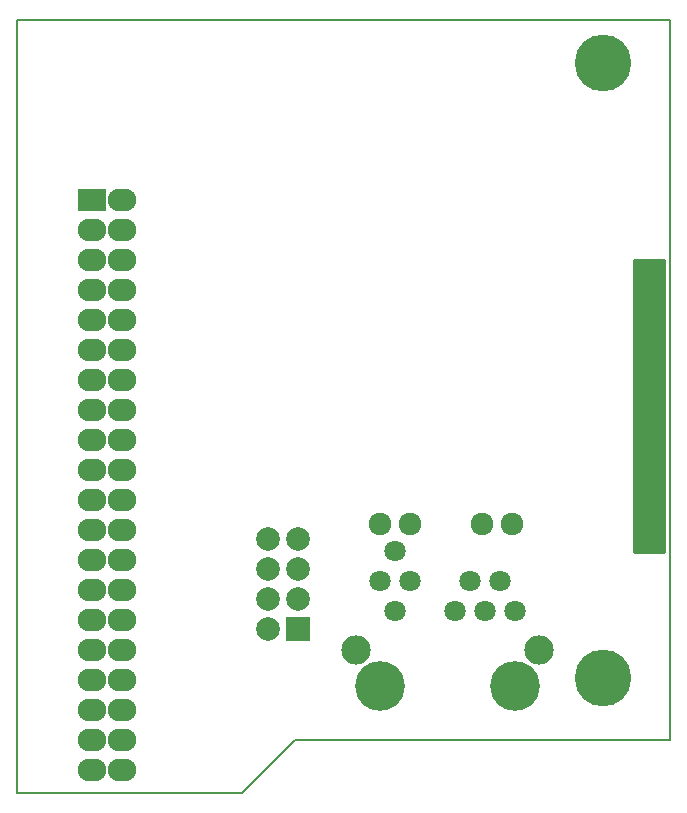
<source format=gbr>
G04 #@! TF.FileFunction,Soldermask,Bot*
%FSLAX46Y46*%
G04 Gerber Fmt 4.6, Leading zero omitted, Abs format (unit mm)*
G04 Created by KiCad (PCBNEW 4.0.2+dfsg1-2~bpo8+1-stable) date lun 17 oct 2016 17:04:15 ART*
%MOMM*%
G01*
G04 APERTURE LIST*
%ADD10C,0.100000*%
%ADD11C,0.150000*%
%ADD12R,2.400000X1.924000*%
%ADD13O,2.400000X1.924000*%
%ADD14C,1.924000*%
%ADD15C,1.797000*%
%ADD16C,2.482800*%
%ADD17C,4.210000*%
%ADD18R,2.000200X2.000200*%
%ADD19C,2.000200*%
%ADD20C,4.800000*%
%ADD21C,0.254000*%
G04 APERTURE END LIST*
D10*
D11*
X91195000Y-68750000D02*
X91195000Y-134155000D01*
X146440000Y-68750000D02*
X91195000Y-68750000D01*
X146440000Y-129710000D02*
X146440000Y-68750000D01*
X114690000Y-129710000D02*
X146440000Y-129710000D01*
X110245000Y-134155000D02*
X114690000Y-129710000D01*
X91195000Y-134155000D02*
X110245000Y-134155000D01*
D12*
X97545000Y-83990000D03*
D13*
X100085000Y-83990000D03*
X97545000Y-86530000D03*
X100085000Y-86530000D03*
X97545000Y-89070000D03*
X100085000Y-89070000D03*
X97545000Y-91610000D03*
X100085000Y-91610000D03*
X97545000Y-94150000D03*
X100085000Y-94150000D03*
X97545000Y-96690000D03*
X100085000Y-96690000D03*
X97545000Y-99230000D03*
X100085000Y-99230000D03*
X97545000Y-101770000D03*
X100085000Y-101770000D03*
X97545000Y-104310000D03*
X100085000Y-104310000D03*
X97545000Y-106850000D03*
X100085000Y-106850000D03*
X97545000Y-109390000D03*
X100085000Y-109390000D03*
X97545000Y-111930000D03*
X100085000Y-111930000D03*
X97545000Y-114470000D03*
X100085000Y-114470000D03*
X97545000Y-117010000D03*
X100085000Y-117010000D03*
X97545000Y-119550000D03*
X100085000Y-119550000D03*
X97545000Y-122090000D03*
X100085000Y-122090000D03*
X97545000Y-124630000D03*
X100085000Y-124630000D03*
X97545000Y-127170000D03*
X100085000Y-127170000D03*
X97545000Y-129710000D03*
X100085000Y-129710000D03*
X97545000Y-132250000D03*
X100085000Y-132250000D03*
D14*
X124460000Y-111379000D03*
D15*
X121920000Y-116205000D03*
X124460000Y-116205000D03*
X123190000Y-118745000D03*
X123190000Y-113665000D03*
D14*
X121920000Y-111379000D03*
D16*
X135382000Y-122047000D03*
D17*
X133350000Y-125095000D03*
D15*
X133350000Y-118745000D03*
D17*
X121920000Y-125095000D03*
D16*
X119888000Y-122047000D03*
D15*
X130810000Y-118745000D03*
X128270000Y-118745000D03*
X132080000Y-116205000D03*
X129540000Y-116205000D03*
D14*
X133096000Y-111379000D03*
X130556000Y-111379000D03*
D18*
X114935000Y-120269000D03*
D19*
X112395000Y-120269000D03*
X114935000Y-117729000D03*
X112395000Y-117729000D03*
X114935000Y-115189000D03*
X112395000Y-115189000D03*
X114935000Y-112649000D03*
X112395000Y-112649000D03*
D20*
X140790000Y-124410000D03*
X140790000Y-72410000D03*
D21*
G36*
X145913000Y-113783000D02*
X143417000Y-113783000D01*
X143417000Y-89037000D01*
X145913000Y-89037000D01*
X145913000Y-113783000D01*
X145913000Y-113783000D01*
G37*
X145913000Y-113783000D02*
X143417000Y-113783000D01*
X143417000Y-89037000D01*
X145913000Y-89037000D01*
X145913000Y-113783000D01*
M02*

</source>
